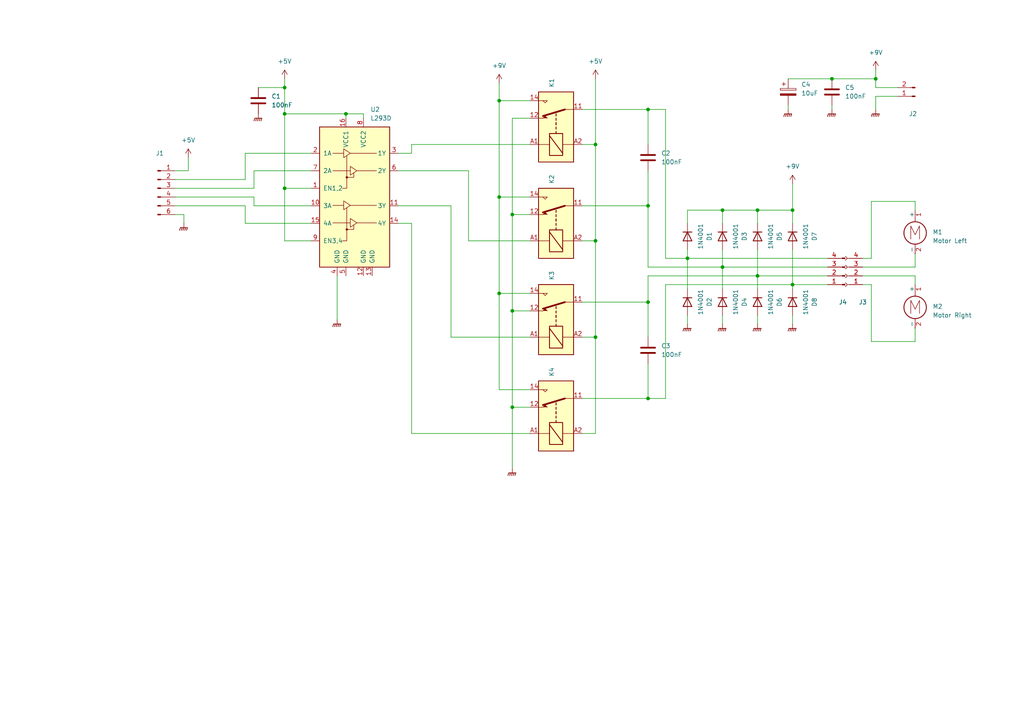
<source format=kicad_sch>
(kicad_sch (version 20211123) (generator eeschema)
  (paper "A4")
  (title_block (title "Wheelly") (date "lun. 30 mars 2015") (rev "1"))
  (lib_symbols
    (symbol "Connector:Conn_01x02_Male" (pin_names (offset 1.016) hide)
      (property "Reference" "J" (at 0 2.54 0))
      (property "Value" "Conn_01x02_Male" (at 0 -5.08 0))
      (symbol "Conn_01x02_Male_1_1"
        (polyline (pts (xy 1.27 -2.54) (xy 0.8636 -2.54)) (stroke (width 0.1524)))
        (polyline (pts (xy 1.27 0) (xy 0.8636 0)) (stroke (width 0.1524)))
        (rectangle (start 0.8636 -2.413) (end 0 -2.667) (stroke (width 0.1524)) (fill (type outline)))
        (rectangle (start 0.8636 0.127) (end 0 -0.127) (stroke (width 0.1524)) (fill (type outline)))
        (pin passive line (at 5.08 0 180) (length 3.81) (name "Pin_1") (number "1"))
        (pin passive line (at 5.08 -2.54 180) (length 3.81) (name "Pin_2") (number "2"))
      )
    )
    (symbol "Connector:Conn_01x04_Female" (pin_names (offset 1.016) hide)
      (property "Reference" "J" (at 0 5.08 0))
      (property "Value" "Conn_01x04_Female" (at 0 -7.62 0))
      (symbol "Conn_01x04_Female_1_1"
        (arc (start 0 -4.572) (mid -0.508 -5.08) (end 0 -5.588) (stroke (width 0.1524)))
        (arc (start 0 -2.032) (mid -0.508 -2.54) (end 0 -3.048) (stroke (width 0.1524)))
        (polyline (pts (xy -1.27 -5.08) (xy -0.508 -5.08)) (stroke (width 0.1524)))
        (polyline (pts (xy -1.27 -2.54) (xy -0.508 -2.54)) (stroke (width 0.1524)))
        (polyline (pts (xy -1.27 0) (xy -0.508 0)) (stroke (width 0.1524)))
        (polyline (pts (xy -1.27 2.54) (xy -0.508 2.54)) (stroke (width 0.1524)))
        (arc (start 0 0.508) (mid -0.508 0) (end 0 -0.508) (stroke (width 0.1524)))
        (arc (start 0 3.048) (mid -0.508 2.54) (end 0 2.032) (stroke (width 0.1524)))
        (pin passive line (at -5.08 2.54 0) (length 3.81) (name "Pin_1") (number "1"))
        (pin passive line (at -5.08 0 0) (length 3.81) (name "Pin_2") (number "2"))
        (pin passive line (at -5.08 -2.54 0) (length 3.81) (name "Pin_3") (number "3"))
        (pin passive line (at -5.08 -5.08 0) (length 3.81) (name "Pin_4") (number "4"))
      )
    )
    (symbol "Connector:Conn_01x04_Male" (pin_names (offset 1.016) hide)
      (property "Reference" "J" (at 0 5.08 0))
      (property "Value" "Conn_01x04_Male" (at 0 -7.62 0))
      (symbol "Conn_01x04_Male_1_1"
        (polyline (pts (xy 1.27 -5.08) (xy 0.8636 -5.08)) (stroke (width 0.1524)))
        (polyline (pts (xy 1.27 -2.54) (xy 0.8636 -2.54)) (stroke (width 0.1524)))
        (polyline (pts (xy 1.27 0) (xy 0.8636 0)) (stroke (width 0.1524)))
        (polyline (pts (xy 1.27 2.54) (xy 0.8636 2.54)) (stroke (width 0.1524)))
        (rectangle (start 0.8636 -4.953) (end 0 -5.207) (stroke (width 0.1524)) (fill (type outline)))
        (rectangle (start 0.8636 -2.413) (end 0 -2.667) (stroke (width 0.1524)) (fill (type outline)))
        (rectangle (start 0.8636 0.127) (end 0 -0.127) (stroke (width 0.1524)) (fill (type outline)))
        (rectangle (start 0.8636 2.667) (end 0 2.413) (stroke (width 0.1524)) (fill (type outline)))
        (pin passive line (at 5.08 2.54 180) (length 3.81) (name "Pin_1") (number "1"))
        (pin passive line (at 5.08 0 180) (length 3.81) (name "Pin_2") (number "2"))
        (pin passive line (at 5.08 -2.54 180) (length 3.81) (name "Pin_3") (number "3"))
        (pin passive line (at 5.08 -5.08 180) (length 3.81) (name "Pin_4") (number "4"))
      )
    )
    (symbol "Connector:Conn_01x06_Male" (pin_names (offset 1.016) hide)
      (property "Reference" "J" (at 0 7.62 0))
      (property "Value" "Conn_01x06_Male" (at 0 -10.16 0))
      (symbol "Conn_01x06_Male_1_1"
        (polyline (pts (xy 1.27 -7.62) (xy 0.8636 -7.62)) (stroke (width 0.1524)))
        (polyline (pts (xy 1.27 -5.08) (xy 0.8636 -5.08)) (stroke (width 0.1524)))
        (polyline (pts (xy 1.27 -2.54) (xy 0.8636 -2.54)) (stroke (width 0.1524)))
        (polyline (pts (xy 1.27 0) (xy 0.8636 0)) (stroke (width 0.1524)))
        (polyline (pts (xy 1.27 2.54) (xy 0.8636 2.54)) (stroke (width 0.1524)))
        (polyline (pts (xy 1.27 5.08) (xy 0.8636 5.08)) (stroke (width 0.1524)))
        (rectangle (start 0.8636 -7.493) (end 0 -7.747) (stroke (width 0.1524)) (fill (type outline)))
        (rectangle (start 0.8636 -4.953) (end 0 -5.207) (stroke (width 0.1524)) (fill (type outline)))
        (rectangle (start 0.8636 -2.413) (end 0 -2.667) (stroke (width 0.1524)) (fill (type outline)))
        (rectangle (start 0.8636 0.127) (end 0 -0.127) (stroke (width 0.1524)) (fill (type outline)))
        (rectangle (start 0.8636 2.667) (end 0 2.413) (stroke (width 0.1524)) (fill (type outline)))
        (rectangle (start 0.8636 5.207) (end 0 4.953) (stroke (width 0.1524)) (fill (type outline)))
        (pin passive line (at 5.08 5.08 180) (length 3.81) (name "Pin_1") (number "1"))
        (pin passive line (at 5.08 2.54 180) (length 3.81) (name "Pin_2") (number "2"))
        (pin passive line (at 5.08 0 180) (length 3.81) (name "Pin_3") (number "3"))
        (pin passive line (at 5.08 -2.54 180) (length 3.81) (name "Pin_4") (number "4"))
        (pin passive line (at 5.08 -5.08 180) (length 3.81) (name "Pin_5") (number "5"))
        (pin passive line (at 5.08 -7.62 180) (length 3.81) (name "Pin_6") (number "6"))
      )
    )
    (symbol "Device:C" (pin_numbers hide) (pin_names (offset 0.254))
      (property "Reference" "C" (at 0.635 2.54 0))
      (property "Value" "C" (at 0.635 -2.54 0))
      (symbol "C_0_1"
        (polyline (pts (xy -2.032 -0.762) (xy 2.032 -0.762)) (stroke (width 0.508)))
        (polyline (pts (xy -2.032 0.762) (xy 2.032 0.762)) (stroke (width 0.508)))
      )
      (symbol "C_1_1"
        (pin passive line (at 0 3.81 270) (length 2.794) (name "~") (number "1"))
        (pin passive line (at 0 -3.81 90) (length 2.794) (name "~") (number "2"))
      )
    )
    (symbol "Device:C_Polarized" (pin_numbers hide) (pin_names (offset 0.254))
      (property "Reference" "C" (at 0.635 2.54 0))
      (property "Value" "C_Polarized" (at 0.635 -2.54 0))
      (symbol "C_Polarized_0_1"
        (rectangle (start -2.286 0.508) (end 2.286 1.016))
        (polyline (pts (xy -1.778 2.286) (xy -0.762 2.286)))
        (polyline (pts (xy -1.27 2.794) (xy -1.27 1.778)))
        (rectangle (start 2.286 -0.508) (end -2.286 -1.016) (fill (type outline)))
      )
      (symbol "C_Polarized_1_1"
        (pin passive line (at 0 3.81 270) (length 2.794) (name "~") (number "1"))
        (pin passive line (at 0 -3.81 90) (length 2.794) (name "~") (number "2"))
      )
    )
    (symbol "Diode:1N4001" (pin_numbers hide) (pin_names (offset 1.016) hide)
      (property "Reference" "D" (at 0 2.54 0))
      (property "Value" "1N4001" (at 0 -2.54 0))
      (symbol "1N4001_0_1"
        (polyline (pts (xy -1.27 1.27) (xy -1.27 -1.27)) (stroke (width 0.254)))
        (polyline (pts (xy 1.27 0) (xy -1.27 0)))
        (polyline (pts (xy 1.27 1.27) (xy 1.27 -1.27) (xy -1.27 0) (xy 1.27 1.27)) (stroke (width 0.254)))
      )
      (symbol "1N4001_1_1"
        (pin passive line (at -3.81 0 0) (length 2.54) (name "K") (number "1"))
        (pin passive line (at 3.81 0 180) (length 2.54) (name "A") (number "2"))
      )
    )
    (symbol "Driver_Motor:L293D" (pin_names (offset 1.016))
      (property "Reference" "U" (at -5.08 26.035 0))
      (property "Value" "L293D" (at -5.08 24.13 0))
      (symbol "L293D_0_1"
        (rectangle (start -10.16 22.86) (end 10.16 -17.78) (stroke (width 0.254)) (fill (type background)))
        (circle (center -2.286 -6.858) (radius 0.254) (fill (type outline)))
        (circle (center -2.286 8.255) (radius 0.254) (fill (type outline)))
        (polyline (pts (xy -6.35 -4.953) (xy -1.27 -4.953)))
        (polyline (pts (xy -6.35 0.127) (xy -3.175 0.127)))
        (polyline (pts (xy -6.35 10.16) (xy -1.27 10.16)))
        (polyline (pts (xy -6.35 15.24) (xy -3.175 15.24)))
        (polyline (pts (xy -1.27 0.127) (xy 6.35 0.127)))
        (polyline (pts (xy -1.27 15.24) (xy 6.35 15.24)))
        (polyline (pts (xy 0.635 -4.953) (xy 6.35 -4.953)))
        (polyline (pts (xy 0.635 10.16) (xy 6.35 10.16)))
        (polyline (pts (xy -2.286 -6.858) (xy -0.254 -6.858) (xy -0.254 -5.588)))
        (polyline (pts (xy -2.286 -0.635) (xy -2.286 -10.16) (xy -3.556 -10.16)))
        (polyline (pts (xy -2.286 8.255) (xy -0.254 8.255) (xy -0.254 9.525)))
        (polyline (pts (xy -2.286 14.478) (xy -2.286 5.08) (xy -3.556 5.08)))
        (polyline (pts (xy -3.175 1.397) (xy -3.175 -1.143) (xy -1.27 0.127) (xy -3.175 1.397)))
        (polyline (pts (xy -3.175 16.51) (xy -3.175 13.97) (xy -1.27 15.24) (xy -3.175 16.51)))
        (polyline (pts (xy -1.27 -3.683) (xy -1.27 -6.223) (xy 0.635 -4.953) (xy -1.27 -3.683)))
        (polyline (pts (xy -1.27 11.43) (xy -1.27 8.89) (xy 0.635 10.16) (xy -1.27 11.43)))
      )
      (symbol "L293D_1_1"
        (pin input line (at -12.7 5.08 0) (length 2.54) (name "EN1,2") (number "1"))
        (pin input line (at -12.7 0 0) (length 2.54) (name "3A") (number "10"))
        (pin output line (at 12.7 0 180) (length 2.54) (name "3Y") (number "11"))
        (pin power_in line (at 2.54 -20.32 90) (length 2.54) (name "GND") (number "12"))
        (pin power_in line (at 5.08 -20.32 90) (length 2.54) (name "GND") (number "13"))
        (pin output line (at 12.7 -5.08 180) (length 2.54) (name "4Y") (number "14"))
        (pin input line (at -12.7 -5.08 0) (length 2.54) (name "4A") (number "15"))
        (pin power_in line (at -2.54 25.4 270) (length 2.54) (name "VCC1") (number "16"))
        (pin input line (at -12.7 15.24 0) (length 2.54) (name "1A") (number "2"))
        (pin output line (at 12.7 15.24 180) (length 2.54) (name "1Y") (number "3"))
        (pin power_in line (at -5.08 -20.32 90) (length 2.54) (name "GND") (number "4"))
        (pin power_in line (at -2.54 -20.32 90) (length 2.54) (name "GND") (number "5"))
        (pin output line (at 12.7 10.16 180) (length 2.54) (name "2Y") (number "6"))
        (pin input line (at -12.7 10.16 0) (length 2.54) (name "2A") (number "7"))
        (pin power_in line (at 2.54 25.4 270) (length 2.54) (name "VCC2") (number "8"))
        (pin input line (at -12.7 -10.16 0) (length 2.54) (name "EN3,4") (number "9"))
      )
    )
    (symbol "Motor:Motor_DC" (pin_names (offset 0))
      (property "Reference" "M" (at 2.54 2.54 0))
      (property "Value" "Motor_DC" (at 2.54 -5.08 0))
      (symbol "Motor_DC_0_0"
        (polyline (pts (xy -1.27 -3.302) (xy -1.27 0.508) (xy 0 -2.032) (xy 1.27 0.508) (xy 1.27 -3.302)))
      )
      (symbol "Motor_DC_0_1"
        (circle (center 0 -1.524) (radius 3.2512) (stroke (width 0.254)))
        (polyline (pts (xy 0 -7.62) (xy 0 -7.112)))
        (polyline (pts (xy 0 -4.7752) (xy 0 -5.1816)))
        (polyline (pts (xy 0 1.7272) (xy 0 2.0828)))
        (polyline (pts (xy 0 2.032) (xy 0 2.54)))
      )
      (symbol "Motor_DC_1_1"
        (pin passive line (at 0 5.08 270) (length 2.54) (name "+") (number "1"))
        (pin passive line (at 0 -7.62 90) (length 2.54) (name "-") (number "2"))
      )
    )
    (symbol "Relay:FINDER-36.11"
      (property "Reference" "K" (at 11.43 3.81 0))
      (property "Value" "FINDER-36.11" (at 11.43 1.27 0))
      (symbol "FINDER-36.11_0_0"
        (polyline (pts (xy 2.54 3.81) (xy 2.54 5.08)))
        (polyline (pts (xy 7.62 3.81) (xy 7.62 5.08)))
        (polyline (pts (xy 7.62 3.81) (xy 7.62 2.54) (xy 6.985 3.175) (xy 7.62 3.81)))
      )
      (symbol "FINDER-36.11_0_1"
        (rectangle (start -10.16 5.08) (end 10.16 -5.08) (stroke (width 0.254)) (fill (type background)))
        (rectangle (start -8.255 1.905) (end -1.905 -1.905) (stroke (width 0.254)))
        (polyline (pts (xy -7.62 -1.905) (xy -2.54 1.905)) (stroke (width 0.254)))
        (polyline (pts (xy -5.08 -5.08) (xy -5.08 -1.905)))
        (polyline (pts (xy -5.08 5.08) (xy -5.08 1.905)))
        (polyline (pts (xy -1.905 0) (xy -1.27 0)) (stroke (width 0.254)))
        (polyline (pts (xy -0.635 0) (xy 0 0)) (stroke (width 0.254)))
        (polyline (pts (xy 0.635 0) (xy 1.27 0)) (stroke (width 0.254)))
        (polyline (pts (xy 0.635 0) (xy 1.27 0)) (stroke (width 0.254)))
        (polyline (pts (xy 1.905 0) (xy 2.54 0)) (stroke (width 0.254)))
        (polyline (pts (xy 3.175 0) (xy 3.81 0)) (stroke (width 0.254)))
        (polyline (pts (xy 5.08 -2.54) (xy 3.175 3.81)) (stroke (width 0.508)))
        (polyline (pts (xy 5.08 -2.54) (xy 5.08 -5.08)))
        (polyline (pts (xy 2.54 2.54) (xy 3.175 3.175) (xy 2.54 3.81)) (fill (type outline)))
      )
      (symbol "FINDER-36.11_1_1"
        (pin passive line (at 5.08 -7.62 90) (length 2.54) (name "~") (number "11"))
        (pin passive line (at 2.54 7.62 270) (length 2.54) (name "~") (number "12"))
        (pin passive line (at 7.62 7.62 270) (length 2.54) (name "~") (number "14"))
        (pin passive line (at -5.08 7.62 270) (length 2.54) (name "~") (number "A1"))
        (pin passive line (at -5.08 -7.62 90) (length 2.54) (name "~") (number "A2"))
      )
    )
    (symbol "power:+5V" (power) (pin_names (offset 0))
      (property "Value" "+5V" (at 0 3.556 0))
      (symbol "+5V_0_1"
        (polyline (pts (xy -0.762 1.27) (xy 0 2.54)))
        (polyline (pts (xy 0 0) (xy 0 2.54)))
        (polyline (pts (xy 0 2.54) (xy 0.762 1.27)))
      )
      (symbol "+5V_1_1"
        (pin power_in line (at 0 0 90) (length 0) hide (name "+5V") (number "1"))
      )
    )
    (symbol "power:+9V" (power) (pin_names (offset 0))
      (property "Value" "+9V" (at 0 3.556 0))
      (symbol "+9V_0_1"
        (polyline (pts (xy -0.762 1.27) (xy 0 2.54)))
        (polyline (pts (xy 0 0) (xy 0 2.54)))
        (polyline (pts (xy 0 2.54) (xy 0.762 1.27)))
      )
      (symbol "+9V_1_1"
        (pin power_in line (at 0 0 90) (length 0) hide (name "+9V") (number "1"))
      )
    )
    (symbol "power:GNDPWR" (power) (pin_names (offset 0))
      (property "Value" "GNDPWR" (at 0 -3.302 0))
      (symbol "GNDPWR_0_1"
        (polyline (pts (xy 0 -1.27) (xy 0 0)))
        (polyline (pts (xy -1.016 -1.27) (xy -1.27 -2.032) (xy -1.27 -2.032)) (stroke (width 0.2032)))
        (polyline (pts (xy -0.508 -1.27) (xy -0.762 -2.032) (xy -0.762 -2.032)) (stroke (width 0.2032)))
        (polyline (pts (xy 0 -1.27) (xy -0.254 -2.032) (xy -0.254 -2.032)) (stroke (width 0.2032)))
        (polyline (pts (xy 0.508 -1.27) (xy 0.254 -2.032) (xy 0.254 -2.032)) (stroke (width 0.2032)))
        (polyline (pts (xy 1.016 -1.27) (xy -1.016 -1.27) (xy -1.016 -1.27)) (stroke (width 0.2032)))
        (polyline (pts (xy 1.016 -1.27) (xy 0.762 -2.032) (xy 0.762 -2.032) (xy 0.762 -2.032)) (stroke (width 0.2032)))
      )
      (symbol "GNDPWR_1_1"
        (pin power_in line (at 0 0 270) (length 0) hide (name "GNDPWR") (number "1"))
      )
    )
  )
  (junction (at 241.3 22.86))
  (junction (at 209.55 77.47))
  (junction (at 148.59 118.11))
  (junction (at 82.55 25.4))
  (junction (at 254 22.86))
  (junction (at 172.72 69.85))
  (junction (at 82.55 33.02))
  (junction (at 199.39 74.93))
  (junction (at 172.72 97.79))
  (junction (at 148.59 62.23))
  (junction (at 148.59 90.17))
  (junction (at 100.33 33.02))
  (junction (at 187.96 59.69))
  (junction (at 187.96 87.63))
  (junction (at 219.71 60.96))
  (junction (at 144.78 57.15))
  (junction (at 172.72 41.91))
  (junction (at 229.87 82.55))
  (junction (at 187.96 31.75))
  (junction (at 144.78 29.21))
  (junction (at 144.78 85.09))
  (junction (at 187.96 115.57))
  (junction (at 209.55 60.96))
  (junction (at 82.55 54.61))
  (junction (at 219.71 80.01))
  (junction (at 229.87 60.96))
  (wire (pts (xy 250.19 82.55) (xy 252.73 82.55)))
  (wire (pts (xy 82.55 54.61) (xy 90.17 54.61)))
  (wire (pts (xy 144.78 57.15) (xy 144.78 85.09)))
  (wire (pts (xy 168.91 87.63) (xy 187.96 87.63)))
  (wire (pts (xy 265.43 58.42) (xy 265.43 60.96)))
  (wire (pts (xy 119.38 64.77) (xy 115.57 64.77)))
  (wire (pts (xy 250.19 74.93) (xy 252.73 74.93)))
  (wire (pts (xy 82.55 69.85) (xy 82.55 54.61)))
  (wire (pts (xy 153.67 125.73) (xy 119.38 125.73)))
  (wire (pts (xy 73.66 57.15) (xy 73.66 59.69)))
  (wire (pts (xy 105.41 34.29) (xy 105.41 33.02)))
  (wire (pts (xy 265.43 99.06) (xy 265.43 95.25)))
  (wire (pts (xy 199.39 91.44) (xy 199.39 93.98)))
  (wire (pts (xy 209.55 72.39) (xy 209.55 77.47)))
  (wire (pts (xy 219.71 80.01) (xy 219.71 83.82)))
  (wire (pts (xy 187.96 77.47) (xy 209.55 77.47)))
  (wire (pts (xy 241.3 22.86) (xy 254 22.86)))
  (wire (pts (xy 187.96 31.75) (xy 187.96 41.91)))
  (wire (pts (xy 168.91 97.79) (xy 172.72 97.79)))
  (wire (pts (xy 219.71 80.01) (xy 240.03 80.01)))
  (wire (pts (xy 153.67 97.79) (xy 130.81 97.79)))
  (wire (pts (xy 100.33 33.02) (xy 105.41 33.02)))
  (wire (pts (xy 50.8 62.23) (xy 53.34 62.23)))
  (wire (pts (xy 187.96 80.01) (xy 219.71 80.01)))
  (wire (pts (xy 74.93 25.4) (xy 82.55 25.4)))
  (wire (pts (xy 260.35 25.4) (xy 254 25.4)))
  (wire (pts (xy 219.71 60.96) (xy 219.71 64.77)))
  (wire (pts (xy 228.6 22.86) (xy 241.3 22.86)))
  (wire (pts (xy 260.35 27.94) (xy 254 27.94)))
  (wire (pts (xy 144.78 85.09) (xy 144.78 113.03)))
  (wire (pts (xy 119.38 41.91) (xy 153.67 41.91)))
  (wire (pts (xy 54.61 49.53) (xy 54.61 45.72)))
  (wire (pts (xy 82.55 33.02) (xy 100.33 33.02)))
  (wire (pts (xy 144.78 57.15) (xy 153.67 57.15)))
  (wire (pts (xy 229.87 91.44) (xy 229.87 93.98)))
  (wire (pts (xy 90.17 69.85) (xy 82.55 69.85)))
  (wire (pts (xy 73.66 49.53) (xy 90.17 49.53)))
  (wire (pts (xy 168.91 41.91) (xy 172.72 41.91)))
  (wire (pts (xy 209.55 60.96) (xy 219.71 60.96)))
  (wire (pts (xy 100.33 33.02) (xy 100.33 34.29)))
  (wire (pts (xy 199.39 60.96) (xy 199.39 64.77)))
  (wire (pts (xy 50.8 57.15) (xy 73.66 57.15)))
  (wire (pts (xy 209.55 77.47) (xy 209.55 83.82)))
  (wire (pts (xy 187.96 31.75) (xy 168.91 31.75)))
  (wire (pts (xy 119.38 125.73) (xy 119.38 64.77)))
  (wire (pts (xy 144.78 113.03) (xy 153.67 113.03)))
  (wire (pts (xy 187.96 87.63) (xy 187.96 97.79)))
  (wire (pts (xy 229.87 60.96) (xy 229.87 64.77)))
  (wire (pts (xy 229.87 72.39) (xy 229.87 82.55)))
  (wire (pts (xy 229.87 82.55) (xy 229.87 83.82)))
  (wire (pts (xy 50.8 49.53) (xy 54.61 49.53)))
  (wire (pts (xy 187.96 87.63) (xy 187.96 80.01)))
  (wire (pts (xy 199.39 60.96) (xy 209.55 60.96)))
  (wire (pts (xy 219.71 91.44) (xy 219.71 93.98)))
  (wire (pts (xy 265.43 80.01) (xy 265.43 82.55)))
  (wire (pts (xy 135.89 49.53) (xy 135.89 69.85)))
  (wire (pts (xy 219.71 72.39) (xy 219.71 80.01)))
  (wire (pts (xy 148.59 90.17) (xy 148.59 118.11)))
  (wire (pts (xy 168.91 59.69) (xy 187.96 59.69)))
  (wire (pts (xy 228.6 31.75) (xy 228.6 30.48)))
  (wire (pts (xy 187.96 105.41) (xy 187.96 115.57)))
  (wire (pts (xy 135.89 69.85) (xy 153.67 69.85)))
  (wire (pts (xy 50.8 52.07) (xy 71.12 52.07)))
  (wire (pts (xy 50.8 59.69) (xy 71.12 59.69)))
  (wire (pts (xy 252.73 99.06) (xy 265.43 99.06)))
  (wire (pts (xy 199.39 72.39) (xy 199.39 74.93)))
  (wire (pts (xy 153.67 90.17) (xy 148.59 90.17)))
  (wire (pts (xy 71.12 59.69) (xy 71.12 64.77)))
  (wire (pts (xy 82.55 25.4) (xy 82.55 33.02)))
  (wire (pts (xy 144.78 85.09) (xy 153.67 85.09)))
  (wire (pts (xy 187.96 77.47) (xy 187.96 59.69)))
  (wire (pts (xy 187.96 49.53) (xy 187.96 59.69)))
  (wire (pts (xy 71.12 52.07) (xy 71.12 44.45)))
  (wire (pts (xy 172.72 97.79) (xy 172.72 69.85)))
  (wire (pts (xy 97.79 92.71) (xy 97.79 80.01)))
  (wire (pts (xy 229.87 53.34) (xy 229.87 60.96)))
  (wire (pts (xy 148.59 118.11) (xy 148.59 135.89)))
  (wire (pts (xy 144.78 24.13) (xy 144.78 29.21)))
  (wire (pts (xy 254 25.4) (xy 254 22.86)))
  (wire (pts (xy 241.3 31.75) (xy 241.3 30.48)))
  (wire (pts (xy 209.55 60.96) (xy 209.55 64.77)))
  (wire (pts (xy 250.19 80.01) (xy 265.43 80.01)))
  (wire (pts (xy 254 22.86) (xy 254 20.32)))
  (wire (pts (xy 130.81 59.69) (xy 115.57 59.69)))
  (wire (pts (xy 193.04 82.55) (xy 229.87 82.55)))
  (wire (pts (xy 82.55 54.61) (xy 82.55 33.02)))
  (wire (pts (xy 250.19 77.47) (xy 265.43 77.47)))
  (wire (pts (xy 252.73 82.55) (xy 252.73 99.06)))
  (wire (pts (xy 193.04 115.57) (xy 193.04 82.55)))
  (wire (pts (xy 50.8 54.61) (xy 73.66 54.61)))
  (wire (pts (xy 193.04 74.93) (xy 193.04 31.75)))
  (wire (pts (xy 168.91 115.57) (xy 187.96 115.57)))
  (wire (pts (xy 219.71 60.96) (xy 229.87 60.96)))
  (wire (pts (xy 148.59 34.29) (xy 148.59 62.23)))
  (wire (pts (xy 71.12 64.77) (xy 90.17 64.77)))
  (wire (pts (xy 148.59 118.11) (xy 153.67 118.11)))
  (wire (pts (xy 254 27.94) (xy 254 31.75)))
  (wire (pts (xy 168.91 125.73) (xy 172.72 125.73)))
  (wire (pts (xy 153.67 29.21) (xy 144.78 29.21)))
  (wire (pts (xy 144.78 29.21) (xy 144.78 57.15)))
  (wire (pts (xy 172.72 125.73) (xy 172.72 97.79)))
  (wire (pts (xy 130.81 97.79) (xy 130.81 59.69)))
  (wire (pts (xy 265.43 73.66) (xy 265.43 77.47)))
  (wire (pts (xy 199.39 74.93) (xy 199.39 83.82)))
  (wire (pts (xy 53.34 62.23) (xy 53.34 64.77)))
  (wire (pts (xy 71.12 44.45) (xy 90.17 44.45)))
  (wire (pts (xy 199.39 74.93) (xy 240.03 74.93)))
  (wire (pts (xy 73.66 59.69) (xy 90.17 59.69)))
  (wire (pts (xy 115.57 44.45) (xy 119.38 44.45)))
  (wire (pts (xy 187.96 115.57) (xy 193.04 115.57)))
  (wire (pts (xy 148.59 62.23) (xy 148.59 90.17)))
  (wire (pts (xy 209.55 77.47) (xy 240.03 77.47)))
  (wire (pts (xy 168.91 69.85) (xy 172.72 69.85)))
  (wire (pts (xy 148.59 62.23) (xy 153.67 62.23)))
  (wire (pts (xy 229.87 82.55) (xy 240.03 82.55)))
  (wire (pts (xy 193.04 74.93) (xy 199.39 74.93)))
  (wire (pts (xy 252.73 58.42) (xy 265.43 58.42)))
  (wire (pts (xy 252.73 74.93) (xy 252.73 58.42)))
  (wire (pts (xy 193.04 31.75) (xy 187.96 31.75)))
  (wire (pts (xy 172.72 22.86) (xy 172.72 41.91)))
  (wire (pts (xy 172.72 69.85) (xy 172.72 41.91)))
  (wire (pts (xy 209.55 91.44) (xy 209.55 93.98)))
  (wire (pts (xy 73.66 54.61) (xy 73.66 49.53)))
  (wire (pts (xy 115.57 49.53) (xy 135.89 49.53)))
  (wire (pts (xy 82.55 22.86) (xy 82.55 25.4)))
  (wire (pts (xy 153.67 34.29) (xy 148.59 34.29)))
  (wire (pts (xy 119.38 44.45) (xy 119.38 41.91)))
  (symbol (lib_id "Relay:FINDER-36.11") (at 161.29 92.71 90) (unit 1)
    (property "Reference" "K3" (at 160.0199 81.28 0) (effects (justify left)))
    (property "Value" "FINDER-36.11" (effects hide))
    (property "Footprint" "Relay_THT:Relay_SPDT_Finder_36.11" (effects hide))
    (property "Datasheet" "https://gfinder.findernet.com/public/attachments/36/EN/S36EN.pdf" (effects hide))
  )
  (symbol (lib_id "power:+5V") (at 172.72 22.86 0) (unit 1)
    (property "Reference" "#PWR07" (effects hide))
    (property "Value" "+5V" (at 172.72 17.78 0))
  )
  (symbol (lib_id "Relay:FINDER-36.11") (at 161.29 64.77 90) (unit 1)
    (property "Reference" "K2" (at 160.0199 53.34 0) (effects (justify left)))
    (property "Value" "FINDER-36.11" (effects hide))
    (property "Footprint" "Relay_THT:Relay_SPDT_Finder_36.11" (effects hide))
    (property "Datasheet" "https://gfinder.findernet.com/public/attachments/36/EN/S36EN.pdf" (effects hide))
  )
  (symbol (lib_id "power:GNDPWR") (at 53.34 64.77 0) (unit 1)
    (property "Reference" "#PWR02" (effects hide))
    (property "Value" "GNDPWR" (effects hide))
  )
  (symbol (lib_id "power:GNDPWR") (at 199.39 93.98 0) (unit 1)
    (property "Reference" "#PWR08" (effects hide))
    (property "Value" "GNDPWR" (effects hide))
  )
  (symbol (lib_id "power:+9V") (at 229.87 53.34 0) (unit 1)
    (property "Reference" "#PWR012" (effects hide))
    (property "Value" "+9V" (at 229.87 48.26 0))
  )
  (symbol (lib_id "Relay:FINDER-36.11") (at 161.29 36.83 90) (unit 1)
    (property "Reference" "K1" (at 160.0199 25.4 0) (effects (justify left)))
    (property "Value" "FINDER-36.11" (effects hide))
    (property "Footprint" "Relay_THT:Relay_SPDT_Finder_36.11" (effects hide))
    (property "Datasheet" "https://gfinder.findernet.com/public/attachments/36/EN/S36EN.pdf" (effects hide))
  )
  (symbol (lib_id "Device:C") (at 187.96 101.6 0) (unit 1)
    (property "Reference" "C3" (at 191.77 100.3299 0) (effects (justify left)))
    (property "Value" "100nF" (at 191.77 102.8699 0) (effects (justify left)))
  )
  (symbol (lib_id "Diode:1N4001") (at 229.87 68.58 270) (unit 1)
    (property "Reference" "D7" (at 236.22 68.58 0))
    (property "Value" "1N4001" (at 233.68 68.58 0))
    (property "Footprint" "Diode_THT:D_DO-41_SOD81_P10.16mm_Horizontal" (effects hide))
    (property "Datasheet" "http://www.vishay.com/docs/88503/1n4001.pdf" (effects hide))
  )
  (symbol (lib_id "power:GNDPWR") (at 74.93 33.02 0) (unit 1)
    (property "Reference" "#PWR03" (effects hide))
    (property "Value" "GNDPWR" (effects hide))
  )
  (symbol (lib_id "Connector:Conn_01x02_Male") (at 265.43 27.94 180) (unit 1)
    (property "Reference" "J2" (at 264.795 33.02 0))
    (property "Value" "Conn_01x02_Male" (effects hide))
  )
  (symbol (lib_id "Motor:Motor_DC") (at 265.43 87.63 0) (unit 1)
    (property "Reference" "M2" (at 270.51 88.8999 0) (effects (justify left)))
    (property "Value" "Motor Right" (at 270.51 91.4399 0) (effects (justify left)))
  )
  (symbol (lib_id "Device:C") (at 187.96 45.72 0) (unit 1)
    (property "Reference" "C2" (at 191.77 44.4499 0) (effects (justify left)))
    (property "Value" "100nF" (at 191.77 46.9899 0) (effects (justify left)))
  )
  (symbol (lib_id "Connector:Conn_01x04_Female") (at 245.11 80.01 180) (unit 1)
    (property "Reference" "J3" (at 251.46 87.63 0) (effects (justify left)))
    (property "Value" "Conn_01x04_Female" (effects hide))
  )
  (symbol (lib_id "Diode:1N4001") (at 199.39 68.58 270) (unit 1)
    (property "Reference" "D1" (at 205.74 68.58 0))
    (property "Value" "1N4001" (at 203.2 68.58 0))
    (property "Footprint" "Diode_THT:D_DO-41_SOD81_P10.16mm_Horizontal" (effects hide))
    (property "Datasheet" "http://www.vishay.com/docs/88503/1n4001.pdf" (effects hide))
  )
  (symbol (lib_id "Diode:1N4001") (at 209.55 68.58 270) (unit 1)
    (property "Reference" "D3" (at 215.9 68.58 0))
    (property "Value" "1N4001" (at 213.36 68.58 0))
    (property "Footprint" "Diode_THT:D_DO-41_SOD81_P10.16mm_Horizontal" (effects hide))
    (property "Datasheet" "http://www.vishay.com/docs/88503/1n4001.pdf" (effects hide))
  )
  (symbol (lib_id "Device:C") (at 241.3 26.67 0) (unit 1)
    (property "Reference" "C5" (at 245.11 25.3999 0) (effects (justify left)))
    (property "Value" "100nF" (at 245.11 27.9399 0) (effects (justify left)))
  )
  (symbol (lib_id "power:+5V") (at 54.61 45.72 0) (unit 1)
    (property "Reference" "#PWR01" (effects hide))
    (property "Value" "+5V" (at 54.61 40.64 0))
  )
  (symbol (lib_id "power:+5V") (at 82.55 22.86 0) (unit 1)
    (property "Reference" "#PWR04" (effects hide))
    (property "Value" "+5V" (at 82.55 17.78 0))
  )
  (symbol (lib_id "Relay:FINDER-36.11") (at 161.29 120.65 90) (unit 1)
    (property "Reference" "K4" (at 160.0199 109.22 0) (effects (justify left)))
    (property "Value" "FINDER-36.11" (effects hide))
    (property "Footprint" "Relay_THT:Relay_SPDT_Finder_36.11" (effects hide))
    (property "Datasheet" "https://gfinder.findernet.com/public/attachments/36/EN/S36EN.pdf" (effects hide))
  )
  (symbol (lib_id "power:+9V") (at 254 20.32 0) (unit 1)
    (property "Reference" "#PWR016" (effects hide))
    (property "Value" "+9V" (at 254 15.24 0))
  )
  (symbol (lib_id "Device:C") (at 74.93 29.21 0) (unit 1)
    (property "Reference" "C1" (at 78.74 27.9399 0) (effects (justify left)))
    (property "Value" "100nF" (at 78.74 30.4799 0) (effects (justify left)))
  )
  (symbol (lib_id "power:GNDPWR") (at 97.79 92.71 0) (unit 1)
    (property "Reference" "#PWR015" (effects hide))
    (property "Value" "GNDPWR" (effects hide))
  )
  (symbol (lib_id "Diode:1N4001") (at 219.71 87.63 270) (unit 1)
    (property "Reference" "D6" (at 226.06 87.63 0))
    (property "Value" "1N4001" (at 223.52 87.63 0))
    (property "Footprint" "Diode_THT:D_DO-41_SOD81_P10.16mm_Horizontal" (effects hide))
    (property "Datasheet" "http://www.vishay.com/docs/88503/1n4001.pdf" (effects hide))
  )
  (symbol (lib_id "power:GNDPWR") (at 148.59 135.89 0) (unit 1)
    (property "Reference" "#PWR06" (effects hide))
    (property "Value" "GNDPWR" (effects hide))
  )
  (symbol (lib_id "Connector:Conn_01x04_Male") (at 245.11 80.01 180) (unit 1)
    (property "Reference" "J4" (at 244.475 87.63 0))
    (property "Value" "Conn_01x04_Male" (effects hide))
  )
  (symbol (lib_id "power:GNDPWR") (at 241.3 31.75 0) (unit 1)
    (property "Reference" "#PWR014" (effects hide))
    (property "Value" "GNDPWR" (effects hide))
  )
  (symbol (lib_id "power:GNDPWR") (at 219.71 93.98 0) (unit 1)
    (property "Reference" "#PWR010" (effects hide))
    (property "Value" "GNDPWR" (effects hide))
  )
  (symbol (lib_id "Motor:Motor_DC") (at 265.43 66.04 0) (unit 1)
    (property "Reference" "M1" (at 270.51 67.3099 0) (effects (justify left)))
    (property "Value" "Motor Left" (at 270.51 69.8499 0) (effects (justify left)))
  )
  (symbol (lib_id "power:+9V") (at 144.78 24.13 0) (unit 1)
    (property "Reference" "#PWR05" (effects hide))
    (property "Value" "+9V" (at 144.78 19.05 0))
  )
  (symbol (lib_id "power:GNDPWR") (at 254 31.75 0) (unit 1)
    (property "Reference" "#PWR017" (effects hide))
    (property "Value" "GNDPWR" (effects hide))
  )
  (symbol (lib_id "Diode:1N4001") (at 219.71 68.58 270) (unit 1)
    (property "Reference" "D5" (at 226.06 68.58 0))
    (property "Value" "1N4001" (at 223.52 68.58 0))
    (property "Footprint" "Diode_THT:D_DO-41_SOD81_P10.16mm_Horizontal" (effects hide))
    (property "Datasheet" "http://www.vishay.com/docs/88503/1n4001.pdf" (effects hide))
  )
  (symbol (lib_id "Diode:1N4001") (at 199.39 87.63 270) (unit 1)
    (property "Reference" "D2" (at 205.74 87.63 0))
    (property "Value" "1N4001" (at 203.2 87.63 0))
    (property "Footprint" "Diode_THT:D_DO-41_SOD81_P10.16mm_Horizontal" (effects hide))
    (property "Datasheet" "http://www.vishay.com/docs/88503/1n4001.pdf" (effects hide))
  )
  (symbol (lib_id "Diode:1N4001") (at 209.55 87.63 270) (unit 1)
    (property "Reference" "D4" (at 215.9 87.63 0))
    (property "Value" "1N4001" (at 213.36 87.63 0))
    (property "Footprint" "Diode_THT:D_DO-41_SOD81_P10.16mm_Horizontal" (effects hide))
    (property "Datasheet" "http://www.vishay.com/docs/88503/1n4001.pdf" (effects hide))
  )
  (symbol (lib_id "Device:C_Polarized") (at 228.6 26.67 0) (unit 1)
    (property "Reference" "C4" (at 232.41 24.5109 0) (effects (justify left)))
    (property "Value" "10uF" (at 232.41 27.0509 0) (effects (justify left)))
  )
  (symbol (lib_id "Connector:Conn_01x06_Male") (at 45.72 54.61 0) (unit 1)
    (property "Reference" "J1" (at 46.355 44.45 0))
    (property "Value" "Conn_01x06_Male" (effects hide))
  )
  (symbol (lib_id "Diode:1N4001") (at 229.87 87.63 270) (unit 1)
    (property "Reference" "D8" (at 236.22 87.63 0))
    (property "Value" "1N4001" (at 233.68 87.63 0))
    (property "Footprint" "Diode_THT:D_DO-41_SOD81_P10.16mm_Horizontal" (effects hide))
    (property "Datasheet" "http://www.vishay.com/docs/88503/1n4001.pdf" (effects hide))
  )
  (symbol (lib_id "Driver_Motor:L293D") (at 102.87 59.69 0) (unit 1)
    (property "Reference" "U2" (at 107.4294 31.75 0) (effects (justify left)))
    (property "Value" "L293D" (at 107.4294 34.29 0) (effects (justify left)))
    (property "Footprint" "Package_DIP:DIP-16_W7.62mm" (effects hide))
    (property "Datasheet" "http://www.ti.com/lit/ds/symlink/l293.pdf" (effects hide))
  )
  (symbol (lib_id "power:GNDPWR") (at 228.6 31.75 0) (unit 1)
    (property "Reference" "#PWR011" (effects hide))
    (property "Value" "GNDPWR" (effects hide))
  )
  (symbol (lib_id "power:GNDPWR") (at 209.55 93.98 0) (unit 1)
    (property "Reference" "#PWR09" (effects hide))
    (property "Value" "GNDPWR" (effects hide))
  )
  (symbol (lib_id "power:GNDPWR") (at 229.87 93.98 0) (unit 1)
    (property "Reference" "#PWR013" (effects hide))
    (property "Value" "GNDPWR" (effects hide))
  )
)
</source>
